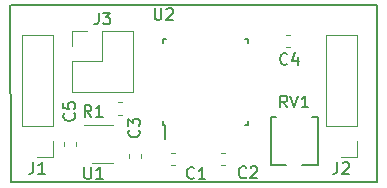
<source format=gto>
G04 #@! TF.GenerationSoftware,KiCad,Pcbnew,(5.0.0-dirty)*
G04 #@! TF.CreationDate,2020-07-10T19:56:49+09:00*
G04 #@! TF.ProjectId,fake-fan-mk2,66616B652D66616E2D6D6B322E6B6963,rev?*
G04 #@! TF.SameCoordinates,Original*
G04 #@! TF.FileFunction,Legend,Top*
G04 #@! TF.FilePolarity,Positive*
%FSLAX46Y46*%
G04 Gerber Fmt 4.6, Leading zero omitted, Abs format (unit mm)*
G04 Created by KiCad (PCBNEW (5.0.0-dirty)) date 07/10/20 19:56:49*
%MOMM*%
%LPD*%
G01*
G04 APERTURE LIST*
%ADD10C,0.200000*%
%ADD11C,0.120000*%
%ADD12C,0.150000*%
G04 APERTURE END LIST*
D10*
X14500000Y-29500000D02*
X14478000Y-14500000D01*
X45500000Y-29500000D02*
X14500000Y-29500000D01*
X45500000Y-14500000D02*
X45500000Y-29500000D01*
X14500000Y-14500000D02*
X45500000Y-14500000D01*
D11*
G04 #@! TO.C,C3*
X25510000Y-27412779D02*
X25510000Y-27087221D01*
X24490000Y-27412779D02*
X24490000Y-27087221D01*
G04 #@! TO.C,C1*
X28087221Y-28010000D02*
X28412779Y-28010000D01*
X28087221Y-26990000D02*
X28412779Y-26990000D01*
G04 #@! TO.C,C2*
X32662779Y-28010000D02*
X32337221Y-28010000D01*
X32662779Y-26990000D02*
X32337221Y-26990000D01*
G04 #@! TO.C,C4*
X38162779Y-16990000D02*
X37837221Y-16990000D01*
X38162779Y-18010000D02*
X37837221Y-18010000D01*
G04 #@! TO.C,R1*
X23912779Y-22740000D02*
X23587221Y-22740000D01*
X23912779Y-23760000D02*
X23587221Y-23760000D01*
D12*
G04 #@! TO.C,RV1*
X36500000Y-24000000D02*
X37000000Y-24000000D01*
X36500000Y-28000000D02*
X36500000Y-24000000D01*
X37800000Y-28000000D02*
X36500000Y-28000000D01*
X40500000Y-24000000D02*
X40000000Y-24000000D01*
X40500000Y-28000000D02*
X40500000Y-24000000D01*
X39200000Y-28000000D02*
X40500000Y-28000000D01*
G04 #@! TO.C,U2*
X27375000Y-24625000D02*
X27600000Y-24625000D01*
X27375000Y-17375000D02*
X27675000Y-17375000D01*
X34625000Y-17375000D02*
X34325000Y-17375000D01*
X34625000Y-24625000D02*
X34325000Y-24625000D01*
X27375000Y-24625000D02*
X27375000Y-24325000D01*
X34625000Y-24625000D02*
X34625000Y-24325000D01*
X34625000Y-17375000D02*
X34625000Y-17675000D01*
X27375000Y-17375000D02*
X27375000Y-17675000D01*
X27600000Y-24625000D02*
X27600000Y-25850000D01*
D11*
G04 #@! TO.C,J1*
X18080000Y-27330000D02*
X16750000Y-27330000D01*
X18080000Y-26000000D02*
X18080000Y-27330000D01*
X18080000Y-24730000D02*
X15420000Y-24730000D01*
X15420000Y-24730000D02*
X15420000Y-17050000D01*
X18080000Y-24730000D02*
X18080000Y-17050000D01*
X18080000Y-17050000D02*
X15420000Y-17050000D01*
G04 #@! TO.C,J2*
X43830000Y-17050000D02*
X41170000Y-17050000D01*
X43830000Y-24730000D02*
X43830000Y-17050000D01*
X41170000Y-24730000D02*
X41170000Y-17050000D01*
X43830000Y-24730000D02*
X41170000Y-24730000D01*
X43830000Y-26000000D02*
X43830000Y-27330000D01*
X43830000Y-27330000D02*
X42500000Y-27330000D01*
G04 #@! TO.C,J3*
X19670000Y-21870000D02*
X24870000Y-21870000D01*
X19670000Y-19270000D02*
X19670000Y-21870000D01*
X24870000Y-16670000D02*
X24870000Y-21870000D01*
X19670000Y-19270000D02*
X22270000Y-19270000D01*
X22270000Y-19270000D02*
X22270000Y-16670000D01*
X22270000Y-16670000D02*
X24870000Y-16670000D01*
X19670000Y-18000000D02*
X19670000Y-16670000D01*
X19670000Y-16670000D02*
X21000000Y-16670000D01*
G04 #@! TO.C,U1*
X21350000Y-27860000D02*
X23150000Y-27860000D01*
X23150000Y-24640000D02*
X20700000Y-24640000D01*
G04 #@! TO.C,C5*
X18990000Y-26412779D02*
X18990000Y-26087221D01*
X20010000Y-26412779D02*
X20010000Y-26087221D01*
G04 #@! TD*
G04 #@! TO.C,C3*
D12*
X25357142Y-25066666D02*
X25404761Y-25114285D01*
X25452380Y-25257142D01*
X25452380Y-25352380D01*
X25404761Y-25495238D01*
X25309523Y-25590476D01*
X25214285Y-25638095D01*
X25023809Y-25685714D01*
X24880952Y-25685714D01*
X24690476Y-25638095D01*
X24595238Y-25590476D01*
X24500000Y-25495238D01*
X24452380Y-25352380D01*
X24452380Y-25257142D01*
X24500000Y-25114285D01*
X24547619Y-25066666D01*
X24452380Y-24733333D02*
X24452380Y-24114285D01*
X24833333Y-24447619D01*
X24833333Y-24304761D01*
X24880952Y-24209523D01*
X24928571Y-24161904D01*
X25023809Y-24114285D01*
X25261904Y-24114285D01*
X25357142Y-24161904D01*
X25404761Y-24209523D01*
X25452380Y-24304761D01*
X25452380Y-24590476D01*
X25404761Y-24685714D01*
X25357142Y-24733333D01*
G04 #@! TO.C,C1*
X30033333Y-29127142D02*
X29985714Y-29174761D01*
X29842857Y-29222380D01*
X29747619Y-29222380D01*
X29604761Y-29174761D01*
X29509523Y-29079523D01*
X29461904Y-28984285D01*
X29414285Y-28793809D01*
X29414285Y-28650952D01*
X29461904Y-28460476D01*
X29509523Y-28365238D01*
X29604761Y-28270000D01*
X29747619Y-28222380D01*
X29842857Y-28222380D01*
X29985714Y-28270000D01*
X30033333Y-28317619D01*
X30985714Y-29222380D02*
X30414285Y-29222380D01*
X30700000Y-29222380D02*
X30700000Y-28222380D01*
X30604761Y-28365238D01*
X30509523Y-28460476D01*
X30414285Y-28508095D01*
G04 #@! TO.C,C2*
X34433333Y-29057142D02*
X34385714Y-29104761D01*
X34242857Y-29152380D01*
X34147619Y-29152380D01*
X34004761Y-29104761D01*
X33909523Y-29009523D01*
X33861904Y-28914285D01*
X33814285Y-28723809D01*
X33814285Y-28580952D01*
X33861904Y-28390476D01*
X33909523Y-28295238D01*
X34004761Y-28200000D01*
X34147619Y-28152380D01*
X34242857Y-28152380D01*
X34385714Y-28200000D01*
X34433333Y-28247619D01*
X34814285Y-28247619D02*
X34861904Y-28200000D01*
X34957142Y-28152380D01*
X35195238Y-28152380D01*
X35290476Y-28200000D01*
X35338095Y-28247619D01*
X35385714Y-28342857D01*
X35385714Y-28438095D01*
X35338095Y-28580952D01*
X34766666Y-29152380D01*
X35385714Y-29152380D01*
G04 #@! TO.C,C4*
X37933333Y-19457142D02*
X37885714Y-19504761D01*
X37742857Y-19552380D01*
X37647619Y-19552380D01*
X37504761Y-19504761D01*
X37409523Y-19409523D01*
X37361904Y-19314285D01*
X37314285Y-19123809D01*
X37314285Y-18980952D01*
X37361904Y-18790476D01*
X37409523Y-18695238D01*
X37504761Y-18600000D01*
X37647619Y-18552380D01*
X37742857Y-18552380D01*
X37885714Y-18600000D01*
X37933333Y-18647619D01*
X38790476Y-18885714D02*
X38790476Y-19552380D01*
X38552380Y-18504761D02*
X38314285Y-19219047D01*
X38933333Y-19219047D01*
G04 #@! TO.C,R1*
X21333333Y-23952380D02*
X21000000Y-23476190D01*
X20761904Y-23952380D02*
X20761904Y-22952380D01*
X21142857Y-22952380D01*
X21238095Y-23000000D01*
X21285714Y-23047619D01*
X21333333Y-23142857D01*
X21333333Y-23285714D01*
X21285714Y-23380952D01*
X21238095Y-23428571D01*
X21142857Y-23476190D01*
X20761904Y-23476190D01*
X22285714Y-23952380D02*
X21714285Y-23952380D01*
X22000000Y-23952380D02*
X22000000Y-22952380D01*
X21904761Y-23095238D01*
X21809523Y-23190476D01*
X21714285Y-23238095D01*
G04 #@! TO.C,RV1*
X37904761Y-23150380D02*
X37571428Y-22674190D01*
X37333333Y-23150380D02*
X37333333Y-22150380D01*
X37714285Y-22150380D01*
X37809523Y-22198000D01*
X37857142Y-22245619D01*
X37904761Y-22340857D01*
X37904761Y-22483714D01*
X37857142Y-22578952D01*
X37809523Y-22626571D01*
X37714285Y-22674190D01*
X37333333Y-22674190D01*
X38190476Y-22150380D02*
X38523809Y-23150380D01*
X38857142Y-22150380D01*
X39714285Y-23150380D02*
X39142857Y-23150380D01*
X39428571Y-23150380D02*
X39428571Y-22150380D01*
X39333333Y-22293238D01*
X39238095Y-22388476D01*
X39142857Y-22436095D01*
G04 #@! TO.C,U2*
X26682095Y-14737380D02*
X26682095Y-15546904D01*
X26729714Y-15642142D01*
X26777333Y-15689761D01*
X26872571Y-15737380D01*
X27063047Y-15737380D01*
X27158285Y-15689761D01*
X27205904Y-15642142D01*
X27253523Y-15546904D01*
X27253523Y-14737380D01*
X27682095Y-14832619D02*
X27729714Y-14785000D01*
X27824952Y-14737380D01*
X28063047Y-14737380D01*
X28158285Y-14785000D01*
X28205904Y-14832619D01*
X28253523Y-14927857D01*
X28253523Y-15023095D01*
X28205904Y-15165952D01*
X27634476Y-15737380D01*
X28253523Y-15737380D01*
G04 #@! TO.C,J1*
X16416666Y-27782380D02*
X16416666Y-28496666D01*
X16369047Y-28639523D01*
X16273809Y-28734761D01*
X16130952Y-28782380D01*
X16035714Y-28782380D01*
X17416666Y-28782380D02*
X16845238Y-28782380D01*
X17130952Y-28782380D02*
X17130952Y-27782380D01*
X17035714Y-27925238D01*
X16940476Y-28020476D01*
X16845238Y-28068095D01*
G04 #@! TO.C,J2*
X42166666Y-27782380D02*
X42166666Y-28496666D01*
X42119047Y-28639523D01*
X42023809Y-28734761D01*
X41880952Y-28782380D01*
X41785714Y-28782380D01*
X42595238Y-27877619D02*
X42642857Y-27830000D01*
X42738095Y-27782380D01*
X42976190Y-27782380D01*
X43071428Y-27830000D01*
X43119047Y-27877619D01*
X43166666Y-27972857D01*
X43166666Y-28068095D01*
X43119047Y-28210952D01*
X42547619Y-28782380D01*
X43166666Y-28782380D01*
G04 #@! TO.C,J3*
X21936666Y-15122380D02*
X21936666Y-15836666D01*
X21889047Y-15979523D01*
X21793809Y-16074761D01*
X21650952Y-16122380D01*
X21555714Y-16122380D01*
X22317619Y-15122380D02*
X22936666Y-15122380D01*
X22603333Y-15503333D01*
X22746190Y-15503333D01*
X22841428Y-15550952D01*
X22889047Y-15598571D01*
X22936666Y-15693809D01*
X22936666Y-15931904D01*
X22889047Y-16027142D01*
X22841428Y-16074761D01*
X22746190Y-16122380D01*
X22460476Y-16122380D01*
X22365238Y-16074761D01*
X22317619Y-16027142D01*
G04 #@! TO.C,U1*
X20738095Y-28202380D02*
X20738095Y-29011904D01*
X20785714Y-29107142D01*
X20833333Y-29154761D01*
X20928571Y-29202380D01*
X21119047Y-29202380D01*
X21214285Y-29154761D01*
X21261904Y-29107142D01*
X21309523Y-29011904D01*
X21309523Y-28202380D01*
X22309523Y-29202380D02*
X21738095Y-29202380D01*
X22023809Y-29202380D02*
X22023809Y-28202380D01*
X21928571Y-28345238D01*
X21833333Y-28440476D01*
X21738095Y-28488095D01*
G04 #@! TO.C,C5*
X19857142Y-23666666D02*
X19904761Y-23714285D01*
X19952380Y-23857142D01*
X19952380Y-23952380D01*
X19904761Y-24095238D01*
X19809523Y-24190476D01*
X19714285Y-24238095D01*
X19523809Y-24285714D01*
X19380952Y-24285714D01*
X19190476Y-24238095D01*
X19095238Y-24190476D01*
X19000000Y-24095238D01*
X18952380Y-23952380D01*
X18952380Y-23857142D01*
X19000000Y-23714285D01*
X19047619Y-23666666D01*
X18952380Y-22761904D02*
X18952380Y-23238095D01*
X19428571Y-23285714D01*
X19380952Y-23238095D01*
X19333333Y-23142857D01*
X19333333Y-22904761D01*
X19380952Y-22809523D01*
X19428571Y-22761904D01*
X19523809Y-22714285D01*
X19761904Y-22714285D01*
X19857142Y-22761904D01*
X19904761Y-22809523D01*
X19952380Y-22904761D01*
X19952380Y-23142857D01*
X19904761Y-23238095D01*
X19857142Y-23285714D01*
G04 #@! TD*
M02*

</source>
